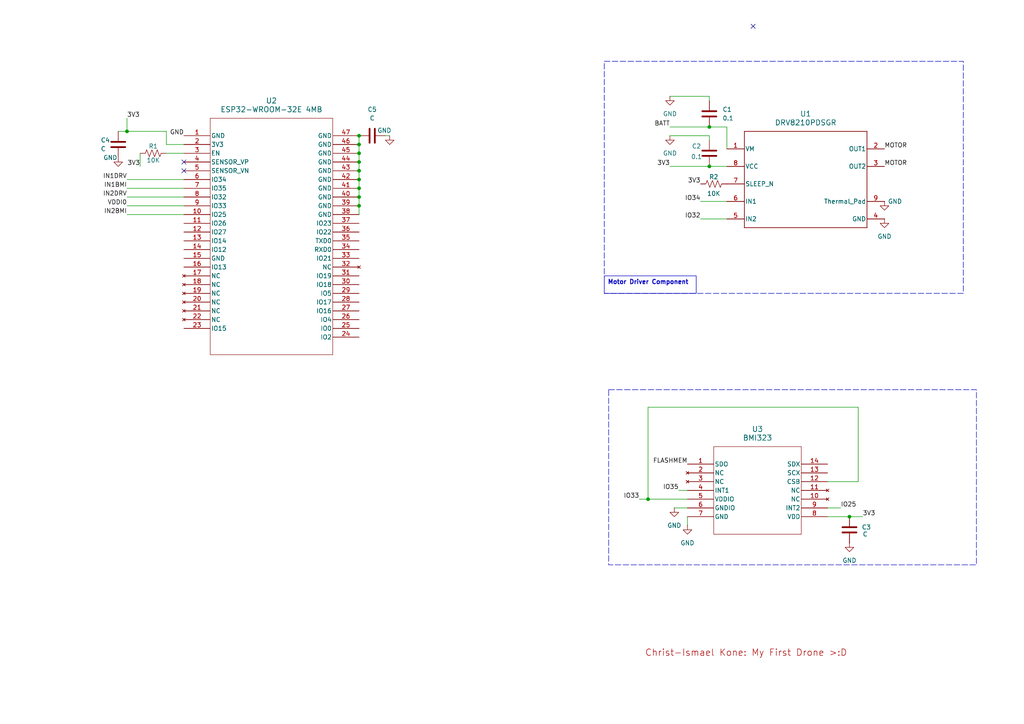
<source format=kicad_sch>
(kicad_sch (version 20250114) (generator "eeschema") (generator_version "9.0")
  (paper "A4")
  (lib_symbols
    (symbol "2025-09-26_21-40-56:ESP32-WROOM-32E_4MB" (pin_names (offset 0.254))
      (property "Reference" "U" (at 25.4 10.16 0))
      (property "Value" "ESP32-WROOM-32E 4MB" (at 25.4 7.62 0))
      (symbol "ESP32-WROOM-32E_4MB_0_1"
        (polyline (pts (xy 7.62 5.08) (xy 7.62 -63.5)) (stroke (width 0.127)))
        (polyline (pts (xy 7.62 -63.5) (xy 43.18 -63.5)) (stroke (width 0.127)))
        (polyline (pts (xy 43.18 5.08) (xy 7.62 5.08)) (stroke (width 0.127)))
        (polyline (pts (xy 43.18 -63.5) (xy 43.18 5.08)) (stroke (width 0.127)))
        (pin power_out line (at 0 0 0) (length 7.62) (name "GND") (number "1"))
        (pin power_in line (at 0 -2.54 0) (length 7.62) (name "3V3") (number "2"))
        (pin input line (at 0 -5.08 0) (length 7.62) (name "EN") (number "3"))
        (pin input line (at 0 -7.62 0) (length 7.62) (name "SENSOR_VP") (number "4"))
        (pin input line (at 0 -10.16 0) (length 7.62) (name "SENSOR_VN") (number "5"))
        (pin input line (at 0 -12.7 0) (length 7.62) (name "IO34") (number "6"))
        (pin input line (at 0 -15.24 0) (length 7.62) (name "IO35") (number "7"))
        (pin bidirectional line (at 0 -17.78 0) (length 7.62) (name "IO32") (number "8"))
        (pin bidirectional line (at 0 -20.32 0) (length 7.62) (name "IO33") (number "9"))
        (pin bidirectional line (at 0 -22.86 0) (length 7.62) (name "IO25") (number "10"))
        (pin bidirectional line (at 0 -25.4 0) (length 7.62) (name "IO26") (number "11"))
        (pin bidirectional line (at 0 -27.94 0) (length 7.62) (name "IO27") (number "12"))
        (pin bidirectional line (at 0 -30.48 0) (length 7.62) (name "IO14") (number "13"))
        (pin bidirectional line (at 0 -33.02 0) (length 7.62) (name "IO12") (number "14"))
        (pin power_out line (at 0 -35.56 0) (length 7.62) (name "GND") (number "15"))
        (pin bidirectional line (at 0 -38.1 0) (length 7.62) (name "IO13") (number "16"))
        (pin no_connect line (at 0 -40.64 0) (length 7.62) (name "NC") (number "17"))
        (pin no_connect line (at 0 -43.18 0) (length 7.62) (name "NC") (number "18"))
        (pin no_connect line (at 0 -45.72 0) (length 7.62) (name "NC") (number "19"))
        (pin no_connect line (at 0 -48.26 0) (length 7.62) (name "NC") (number "20"))
        (pin no_connect line (at 0 -50.8 0) (length 7.62) (name "NC") (number "21"))
        (pin no_connect line (at 0 -53.34 0) (length 7.62) (name "NC") (number "22"))
        (pin bidirectional line (at 0 -55.88 0) (length 7.62) (name "IO15") (number "23"))
        (pin power_out line (at 50.8 0 180) (length 7.62) (name "GND") (number "47"))
        (pin power_out line (at 50.8 -2.54 180) (length 7.62) (name "GND") (number "46"))
        (pin power_out line (at 50.8 -5.08 180) (length 7.62) (name "GND") (number "45"))
        (pin power_out line (at 50.8 -7.62 180) (length 7.62) (name "GND") (number "44"))
        (pin power_out line (at 50.8 -10.16 180) (length 7.62) (name "GND") (number "43"))
        (pin power_out line (at 50.8 -12.7 180) (length 7.62) (name "GND") (number "42"))
        (pin power_out line (at 50.8 -15.24 180) (length 7.62) (name "GND") (number "41"))
        (pin power_out line (at 50.8 -17.78 180) (length 7.62) (name "GND") (number "40"))
        (pin power_out line (at 50.8 -20.32 180) (length 7.62) (name "GND") (number "39"))
        (pin power_out line (at 50.8 -22.86 180) (length 7.62) (name "GND") (number "38"))
        (pin bidirectional line (at 50.8 -25.4 180) (length 7.62) (name "IO23") (number "37"))
        (pin bidirectional line (at 50.8 -27.94 180) (length 7.62) (name "IO22") (number "36"))
        (pin bidirectional line (at 50.8 -30.48 180) (length 7.62) (name "TXD0") (number "35"))
        (pin bidirectional line (at 50.8 -33.02 180) (length 7.62) (name "RXD0") (number "34"))
        (pin bidirectional line (at 50.8 -35.56 180) (length 7.62) (name "IO21") (number "33"))
        (pin no_connect line (at 50.8 -38.1 180) (length 7.62) (name "NC") (number "32"))
        (pin bidirectional line (at 50.8 -40.64 180) (length 7.62) (name "IO19") (number "31"))
        (pin bidirectional line (at 50.8 -43.18 180) (length 7.62) (name "IO18") (number "30"))
        (pin bidirectional line (at 50.8 -45.72 180) (length 7.62) (name "IO5") (number "29"))
        (pin bidirectional line (at 50.8 -48.26 180) (length 7.62) (name "IO17") (number "28"))
        (pin bidirectional line (at 50.8 -50.8 180) (length 7.62) (name "IO16") (number "27"))
        (pin bidirectional line (at 50.8 -53.34 180) (length 7.62) (name "IO4") (number "26"))
        (pin bidirectional line (at 50.8 -55.88 180) (length 7.62) (name "IO0") (number "25"))
        (pin bidirectional line (at 50.8 -58.42 180) (length 7.62) (name "IO2") (number "24"))
      )
    )
    (symbol "2025-09-27_16-08-16:DRV8210PDSGR" (pin_names (offset 0.254))
      (property "Reference" "U" (at 0 2.54 0))
      (property "Value" "DRV8210PDSGR" (at 0 0 0))
      (symbol "DRV8210PDSGR_0_1"
        (polyline (pts (xy 5.08 5.08) (xy 5.08 -22.86)) (stroke (width 0.2032)))
        (polyline (pts (xy 5.08 -22.86) (xy 40.64 -22.86)) (stroke (width 0.2032)))
        (polyline (pts (xy 40.64 5.08) (xy 5.08 5.08)) (stroke (width 0.2032)))
        (polyline (pts (xy 40.64 -22.86) (xy 40.64 5.08)) (stroke (width 0.2032)))
        (pin power_in line (at 0 0 0) (length 5.08) (name "VM") (number "1"))
        (pin power_in line (at 0 -5.08 0) (length 5.08) (name "VCC") (number "8"))
        (pin input line (at 0 -10.16 0) (length 5.08) (name "SLEEP_N") (number "7"))
        (pin input line (at 0 -15.24 0) (length 5.08) (name "IN1") (number "6"))
        (pin input line (at 0 -20.32 0) (length 5.08) (name "IN2") (number "5"))
        (pin output line (at 45.72 0 180) (length 5.08) (name "OUT1") (number "2"))
        (pin output line (at 45.72 -5.08 180) (length 5.08) (name "OUT2") (number "3"))
        (pin power_in line (at 45.72 -15.24 180) (length 5.08) (name "Thermal_Pad") (number "9"))
        (pin power_in line (at 45.72 -20.32 180) (length 5.08) (name "GND") (number "4"))
      )
    )
    (symbol "2025-09-30_23-20-55:BMI323" (pin_names (offset 0.254))
      (property "Reference" "U" (at 20.32 10.16 0))
      (property "Value" "BMI323" (at 20.32 7.62 0))
      (symbol "BMI323_0_1"
        (polyline (pts (xy 7.62 5.08) (xy 7.62 -20.32)) (stroke (width 0.127)))
        (polyline (pts (xy 7.62 -20.32) (xy 33.02 -20.32)) (stroke (width 0.127)))
        (polyline (pts (xy 33.02 5.08) (xy 7.62 5.08)) (stroke (width 0.127)))
        (polyline (pts (xy 33.02 -20.32) (xy 33.02 5.08)) (stroke (width 0.127)))
        (pin bidirectional line (at 0 0 0) (length 7.62) (name "SDO") (number "1"))
        (pin no_connect line (at 0 -2.54 0) (length 7.62) (name "NC") (number "2"))
        (pin no_connect line (at 0 -5.08 0) (length 7.62) (name "NC") (number "3"))
        (pin bidirectional line (at 0 -7.62 0) (length 7.62) (name "INT1") (number "4"))
        (pin power_in line (at 0 -10.16 0) (length 7.62) (name "VDDIO") (number "5"))
        (pin power_out line (at 0 -12.7 0) (length 7.62) (name "GNDIO") (number "6"))
        (pin power_out line (at 0 -15.24 0) (length 7.62) (name "GND") (number "7"))
        (pin bidirectional line (at 40.64 0 180) (length 7.62) (name "SDX") (number "14"))
        (pin input line (at 40.64 -2.54 180) (length 7.62) (name "SCX") (number "13"))
        (pin input line (at 40.64 -5.08 180) (length 7.62) (name "CSB") (number "12"))
        (pin no_connect line (at 40.64 -7.62 180) (length 7.62) (name "NC") (number "11"))
        (pin no_connect line (at 40.64 -10.16 180) (length 7.62) (name "NC") (number "10"))
        (pin bidirectional line (at 40.64 -12.7 180) (length 7.62) (name "INT2") (number "9"))
        (pin power_in line (at 40.64 -15.24 180) (length 7.62) (name "VDD") (number "8"))
      )
    )
    (symbol "Device:C" (pin_numbers (hide yes)) (pin_names (offset 0.254))
      (property "Reference" "C" (at 0.635 2.54 0))
      (property "Value" "C" (at 0.635 -2.54 0))
      (symbol "C_0_1"
        (polyline (pts (xy -2.032 0.762) (xy 2.032 0.762)) (stroke (width 0.508)))
        (polyline (pts (xy -2.032 -0.762) (xy 2.032 -0.762)) (stroke (width 0.508)))
      )
      (symbol "C_1_1"
        (pin passive line (at 0 3.81 270) (length 2.794) (name "~") (number "1"))
        (pin passive line (at 0 -3.81 90) (length 2.794) (name "~") (number "2"))
      )
    )
    (symbol "Device:R_US" (pin_numbers (hide yes)) (pin_names (offset 0))
      (property "Reference" "R" (at 2.54 0 90))
      (property "Value" "R_US" (at -2.54 0 90))
      (symbol "R_US_0_1"
        (polyline (pts (xy 0 2.286) (xy 0 2.54)))
        (polyline (pts (xy 0 2.286) (xy 1.016 1.905) (xy 0 1.524) (xy -1.016 1.143) (xy 0 0.762)))
        (polyline (pts (xy 0 0.762) (xy 1.016 0.381) (xy 0 0) (xy -1.016 -0.381) (xy 0 -0.762)))
        (polyline (pts (xy 0 -0.762) (xy 1.016 -1.143) (xy 0 -1.524) (xy -1.016 -1.905) (xy 0 -2.286)))
        (polyline (pts (xy 0 -2.286) (xy 0 -2.54)))
      )
      (symbol "R_US_1_1"
        (pin passive line (at 0 3.81 270) (length 1.27) (name "~") (number "1"))
        (pin passive line (at 0 -3.81 90) (length 1.27) (name "~") (number "2"))
      )
    )
    (symbol "power:GND" (power) (pin_numbers (hide yes)) (pin_names (offset 0) (hide yes))
      (property "Value" "GND" (at 0 -3.81 0))
      (symbol "GND_0_1"
        (polyline (pts (xy 0 0) (xy 0 -1.27) (xy 1.27 -1.27) (xy 0 -2.54) (xy -1.27 -1.27) (xy 0 -1.27)))
      )
      (symbol "GND_1_1"
        (pin power_in line (at 0 0 270) (length 0) (name "~") (number "1"))
      )
    )
  )
  (rectangle (start 176.53 113.03) (end 283.21 163.83) (stroke (width 0) (type dash)))
  (rectangle (start 175.26 17.78) (end 279.4 85.09) (stroke (width 0) (type dash)))
  (text "Christ-Ismael Kone: My First Drone >:D" (at 216.408 189.484 0) (effects (font (size 1.905 1.905))))
  (text_box "Motor Driver Component" (at 175.26 80.01 0) (size 26.67 5.08) (margins 0.9525 0.9525 0.7747 0.9525) (effects (font (size 1.27 1.27) (thickness 0.254) (bold yes)) (justify left top)))
  (junction (at 187.96 144.78))
  (junction (at 104.14 54.61))
  (junction (at 104.14 46.99))
  (junction (at 104.14 57.15))
  (junction (at 205.74 48.26))
  (junction (at 104.14 52.07))
  (junction (at 36.83 38.1))
  (junction (at 205.74 36.83))
  (junction (at 104.14 49.53))
  (junction (at 246.38 149.86))
  (junction (at 104.14 59.69))
  (junction (at 104.14 44.45))
  (junction (at 104.14 39.37))
  (junction (at 104.14 41.91))
  (no_connect (at 53.34 49.53))
  (no_connect (at 218.44 7.62))
  (no_connect (at 53.34 46.99))
  (wire (pts (xy 203.2 58.42) (xy 210.82 58.42)))
  (wire (pts (xy 240.03 147.32) (xy 243.84 147.32)))
  (wire (pts (xy 36.83 59.69) (xy 53.34 59.69)))
  (wire (pts (xy 205.74 27.94) (xy 194.31 27.94)))
  (wire (pts (xy 40.64 44.45) (xy 40.64 48.26)))
  (wire (pts (xy 34.29 38.1) (xy 36.83 38.1)))
  (wire (pts (xy 195.58 147.32) (xy 199.39 147.32)))
  (wire (pts (xy 111.76 39.37) (xy 113.03 39.37)))
  (wire (pts (xy 104.14 57.15) (xy 104.14 59.69)))
  (wire (pts (xy 194.31 39.37) (xy 205.74 39.37)))
  (wire (pts (xy 250.19 149.86) (xy 246.38 149.86)))
  (wire (pts (xy 36.83 34.29) (xy 36.83 38.1)))
  (wire (pts (xy 104.14 46.99) (xy 104.14 49.53)))
  (wire (pts (xy 36.83 52.07) (xy 53.34 52.07)))
  (wire (pts (xy 199.39 152.4) (xy 199.39 149.86)))
  (wire (pts (xy 187.96 118.11) (xy 187.96 144.78)))
  (wire (pts (xy 48.26 44.45) (xy 53.34 44.45)))
  (wire (pts (xy 36.83 57.15) (xy 53.34 57.15)))
  (wire (pts (xy 187.96 118.11) (xy 248.92 118.11)))
  (wire (pts (xy 210.82 36.83) (xy 210.82 43.18)))
  (wire (pts (xy 104.14 39.37) (xy 104.14 41.91)))
  (wire (pts (xy 104.14 59.69) (xy 104.14 62.23)))
  (wire (pts (xy 205.74 48.26) (xy 210.82 48.26)))
  (wire (pts (xy 196.85 142.24) (xy 199.39 142.24)))
  (wire (pts (xy 185.42 144.78) (xy 187.96 144.78)))
  (wire (pts (xy 187.96 144.78) (xy 199.39 144.78)))
  (wire (pts (xy 194.31 36.83) (xy 205.74 36.83)))
  (wire (pts (xy 104.14 52.07) (xy 104.14 54.61)))
  (wire (pts (xy 240.03 139.7) (xy 248.92 139.7)))
  (wire (pts (xy 205.74 36.83) (xy 210.82 36.83)))
  (wire (pts (xy 104.14 49.53) (xy 104.14 52.07)))
  (wire (pts (xy 48.26 41.91) (xy 53.34 41.91)))
  (wire (pts (xy 194.31 48.26) (xy 205.74 48.26)))
  (wire (pts (xy 203.2 63.5) (xy 210.82 63.5)))
  (wire (pts (xy 104.14 41.91) (xy 104.14 44.45)))
  (wire (pts (xy 36.83 62.23) (xy 53.34 62.23)))
  (wire (pts (xy 248.92 118.11) (xy 248.92 139.7)))
  (wire (pts (xy 48.26 38.1) (xy 48.26 41.91)))
  (wire (pts (xy 36.83 54.61) (xy 53.34 54.61)))
  (wire (pts (xy 104.14 44.45) (xy 104.14 46.99)))
  (wire (pts (xy 240.03 149.86) (xy 246.38 149.86)))
  (wire (pts (xy 36.83 38.1) (xy 48.26 38.1)))
  (wire (pts (xy 205.74 29.21) (xy 205.74 27.94)))
  (wire (pts (xy 205.74 40.64) (xy 205.74 39.37)))
  (wire (pts (xy 104.14 54.61) (xy 104.14 57.15)))
  (label "IN1BMI" (at 36.83 54.61 180))
  (label "3V3" (at 203.2 53.34 180))
  (label "3V3" (at 194.31 48.26 180))
  (label "IO25" (at 243.84 147.32 0))
  (label "IN2BMI" (at 36.83 62.23 180))
  (label "3V3" (at 40.64 48.26 180))
  (label "MOTOR" (at 256.54 43.18 0))
  (label "GND" (at 53.34 39.37 180))
  (label "VDDI0" (at 36.83 59.69 180))
  (label "IO35" (at 196.85 142.24 180))
  (label "IO32" (at 203.2 63.5 180))
  (label "IN1DRV" (at 36.83 52.07 180))
  (label "IO33" (at 185.42 144.78 180))
  (label "MOTOR" (at 256.54 48.26 0))
  (label "IN2DRV" (at 36.83 57.15 180))
  (label "FLASHMEM" (at 199.39 134.62 180))
  (label "" (at 53.34 39.37 270))
  (label "3V3" (at 36.83 34.29 0))
  (label "3V3" (at 250.19 149.86 0))
  (label "BATT" (at 194.31 36.83 180))
  (label "IO34" (at 203.2 58.42 180))
  (symbol (lib_id "power:GND") (at 246.38 157.48 0) (unit 1)
    (property "Reference" "#PWR03" (effects (hide yes)))
    (property "Value" "GND" (at 246.38 162.56 0))
    (property "Description" "Power symbol creates a global label with name \"GND\" , ground" (effects (hide yes)))
  )
  (symbol (lib_id "power:GND") (at 195.58 147.32 0) (unit 1)
    (property "Reference" "#PWR06" (effects (hide yes)))
    (property "Value" "GND" (at 195.58 152.4 0))
    (property "Description" "Power symbol creates a global label with name \"GND\" , ground" (effects (hide yes)))
  )
  (symbol (lib_id "Device:R_US") (at 44.45 44.45 90) (unit 1)
    (property "Reference" "R1" (at 44.45 42.418 90))
    (property "Value" "10K" (at 44.45 46.482 90))
    (property "Description" "Resistor, US symbol" (effects (hide yes)))
  )
  (symbol (lib_id "Device:C") (at 34.29 41.91 0) (unit 1)
    (property "Reference" "C4" (at 29.21 40.64 0) (effects (justify left)))
    (property "Value" "C" (at 29.21 43.18 0) (effects (justify left)))
    (property "Description" "Unpolarized capacitor" (effects (hide yes)))
  )
  (symbol (lib_id "Device:R_US") (at 207.01 53.34 90) (unit 1)
    (property "Reference" "R2" (at 207.01 51.308 90))
    (property "Value" "10K" (at 207.01 56.134 90))
    (property "Description" "Resistor, US symbol" (effects (hide yes)))
  )
  (symbol (lib_id "Device:C") (at 107.95 39.37 90) (unit 1)
    (property "Reference" "C5" (at 107.95 31.75 90))
    (property "Value" "C" (at 107.95 34.29 90))
    (property "Description" "Unpolarized capacitor" (effects (hide yes)))
  )
  (symbol (lib_id "Device:C") (at 246.38 153.67 0) (unit 1)
    (property "Reference" "C3" (at 249.936 152.908 0) (effects (justify left)))
    (property "Value" "C" (at 250.19 154.9399 0) (effects (justify left)))
    (property "Description" "Unpolarized capacitor" (effects (hide yes)))
  )
  (symbol (lib_id "power:GND") (at 194.31 39.37 0) (unit 1)
    (property "Reference" "#PWR02" (effects (hide yes)))
    (property "Value" "GND" (at 194.31 44.45 0))
    (property "Description" "Power symbol creates a global label with name \"GND\" , ground" (effects (hide yes)))
  )
  (symbol (lib_id "power:GND") (at 256.54 63.5 0) (unit 1)
    (property "Reference" "#PWR04" (effects (hide yes)))
    (property "Value" "GND" (at 256.54 68.58 0))
    (property "Description" "Power symbol creates a global label with name \"GND\" , ground" (effects (hide yes)))
  )
  (symbol (lib_id "2025-09-30_23-20-55:BMI323") (at 199.39 134.62 0) (unit 1)
    (property "Reference" "U3" (at 219.71 124.46 0) (effects (font (size 1.524 1.524))))
    (property "Value" "BMI323" (at 219.71 127 0) (effects (font (size 1.524 1.524))))
    (property "Footprint" "BMI323_BOS" (effects (hide yes)))
    (property "Datasheet" "BMI323" (effects (hide yes)))
  )
  (symbol (lib_id "power:GND") (at 256.54 58.42 0) (unit 1)
    (property "Reference" "#PWR01" (effects (hide yes)))
    (property "Value" "GND" (at 259.588 58.42 0))
    (property "Description" "Power symbol creates a global label with name \"GND\" , ground" (effects (hide yes)))
  )
  (symbol (lib_id "power:GND") (at 199.39 152.4 0) (unit 1)
    (property "Reference" "#PWR010" (effects (hide yes)))
    (property "Value" "GND" (at 199.39 157.48 0))
    (property "Description" "Power symbol creates a global label with name \"GND\" , ground" (effects (hide yes)))
  )
  (symbol (lib_id "Device:C") (at 205.74 44.45 0) (unit 1)
    (property "Reference" "C2" (at 200.66 42.418 0) (effects (justify left)))
    (property "Value" "0.1" (at 200.406 45.466 0) (effects (justify left)))
    (property "Description" "Unpolarized capacitor" (effects (hide yes)))
  )
  (symbol (lib_id "power:GND") (at 194.31 27.94 0) (unit 1)
    (property "Reference" "#PWR05" (effects (hide yes)))
    (property "Value" "GND" (at 194.31 33.02 0))
    (property "Description" "Power symbol creates a global label with name \"GND\" , ground" (effects (hide yes)))
  )
  (symbol (lib_id "2025-09-26_21-40-56:ESP32-WROOM-32E_4MB") (at 53.34 39.37 0) (unit 1)
    (property "Reference" "U2" (at 78.74 29.21 0) (effects (font (size 1.524 1.524))))
    (property "Value" "ESP32-WROOM-32E 4MB" (at 78.74 31.75 0) (effects (font (size 1.524 1.524))))
    (property "Datasheet" "ESP32-WROOM-32E 4MB" (effects (hide yes)))
  )
  (symbol (lib_id "Device:C") (at 205.74 33.02 0) (unit 1)
    (property "Reference" "C1" (at 209.55 31.7499 0) (effects (justify left)))
    (property "Value" "0.1" (at 209.55 34.2899 0) (effects (justify left)))
    (property "Description" "Unpolarized capacitor" (effects (hide yes)))
  )
  (symbol (lib_id "power:GND") (at 113.03 39.37 0) (unit 1)
    (property "Reference" "#PWR08" (effects (hide yes)))
    (property "Value" "GND" (at 113.538 37.846 0) (effects (justify right)))
    (property "Description" "Power symbol creates a global label with name \"GND\" , ground" (effects (hide yes)))
  )
  (symbol (lib_id "power:GND") (at 34.29 45.72 0) (unit 1)
    (property "Reference" "#PWR07" (effects (hide yes)))
    (property "Value" "GND" (at 32.004 45.72 0))
    (property "Description" "Power symbol creates a global label with name \"GND\" , ground" (effects (hide yes)))
  )
  (symbol (lib_id "2025-09-27_16-08-16:DRV8210PDSGR") (at 210.82 43.18 0) (unit 1)
    (property "Reference" "U1" (at 233.68 33.02 0) (effects (font (size 1.524 1.524))))
    (property "Value" "DRV8210PDSGR" (at 233.68 35.56 0) (effects (font (size 1.524 1.524))))
    (property "Footprint" "DSG0008A-IPC_A" (effects (hide yes)))
    (property "Datasheet" "https://www.ti.com/lit/gpn/drv8210p" (effects (hide yes)))
  )
)
</source>
